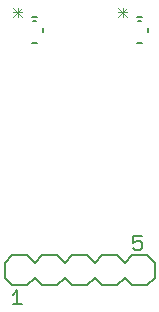
<source format=gto>
G75*
%MOIN*%
%OFA0B0*%
%FSLAX25Y25*%
%IPPOS*%
%LPD*%
%AMOC8*
5,1,8,0,0,1.08239X$1,22.5*
%
%ADD10C,0.00600*%
%ADD11C,0.00500*%
%ADD12C,0.00300*%
D10*
X0181800Y0029300D02*
X0184300Y0026800D01*
X0189300Y0026800D01*
X0191800Y0029300D01*
X0194300Y0026800D01*
X0199300Y0026800D01*
X0201800Y0029300D01*
X0204300Y0026800D01*
X0209300Y0026800D01*
X0211800Y0029300D01*
X0214300Y0026800D01*
X0219300Y0026800D01*
X0221800Y0029300D01*
X0224300Y0026800D01*
X0229300Y0026800D01*
X0231800Y0029300D01*
X0231800Y0034300D01*
X0229300Y0036800D01*
X0224300Y0036800D01*
X0221800Y0034300D01*
X0219300Y0036800D01*
X0214300Y0036800D01*
X0211800Y0034300D01*
X0209300Y0036800D01*
X0204300Y0036800D01*
X0201800Y0034300D01*
X0199300Y0036800D01*
X0194300Y0036800D01*
X0191800Y0034300D01*
X0189300Y0036800D01*
X0184300Y0036800D01*
X0181800Y0034300D01*
X0181800Y0029300D01*
X0190900Y0107600D02*
X0192700Y0107600D01*
X0194600Y0111200D02*
X0194600Y0112400D01*
X0192700Y0116000D02*
X0190900Y0116000D01*
X0191300Y0114900D02*
X0191363Y0114873D01*
X0191428Y0114850D01*
X0191494Y0114830D01*
X0191561Y0114815D01*
X0191629Y0114803D01*
X0191697Y0114795D01*
X0191766Y0114791D01*
X0191834Y0114791D01*
X0191903Y0114795D01*
X0191971Y0114803D01*
X0192039Y0114815D01*
X0192106Y0114830D01*
X0192172Y0114850D01*
X0192237Y0114873D01*
X0192300Y0114900D01*
X0225900Y0116000D02*
X0227700Y0116000D01*
X0227300Y0114900D02*
X0227237Y0114873D01*
X0227172Y0114850D01*
X0227106Y0114830D01*
X0227039Y0114815D01*
X0226971Y0114803D01*
X0226903Y0114795D01*
X0226834Y0114791D01*
X0226766Y0114791D01*
X0226697Y0114795D01*
X0226629Y0114803D01*
X0226561Y0114815D01*
X0226494Y0114830D01*
X0226428Y0114850D01*
X0226363Y0114873D01*
X0226300Y0114900D01*
X0229600Y0112400D02*
X0229600Y0111200D01*
X0227700Y0107600D02*
X0225900Y0107600D01*
D11*
X0224550Y0043054D02*
X0224550Y0040802D01*
X0226051Y0041553D01*
X0226802Y0041553D01*
X0227553Y0040802D01*
X0227553Y0039301D01*
X0226802Y0038550D01*
X0225301Y0038550D01*
X0224550Y0039301D01*
X0224550Y0043054D02*
X0227553Y0043054D01*
X0186051Y0025054D02*
X0186051Y0020550D01*
X0184550Y0020550D02*
X0187553Y0020550D01*
X0184550Y0023553D02*
X0186051Y0025054D01*
D12*
X0186118Y0116134D02*
X0186118Y0119270D01*
X0184550Y0119270D02*
X0187686Y0116134D01*
X0187686Y0117702D02*
X0184550Y0117702D01*
X0184550Y0116134D02*
X0187686Y0119270D01*
X0219550Y0119270D02*
X0222686Y0116134D01*
X0221118Y0116134D02*
X0221118Y0119270D01*
X0222686Y0119270D02*
X0219550Y0116134D01*
X0219550Y0117702D02*
X0222686Y0117702D01*
M02*

</source>
